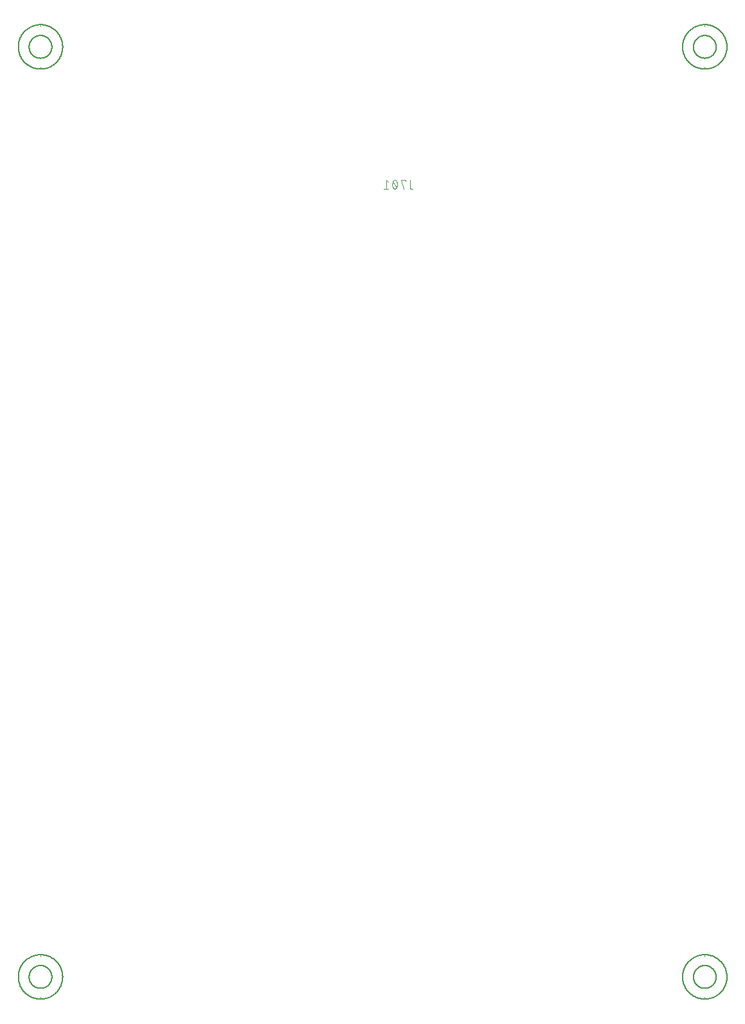
<source format=gbr>
G04 EAGLE Gerber RS-274X export*
G75*
%MOMM*%
%FSLAX34Y34*%
%LPD*%
%INSilkscreen Bottom*%
%IPPOS*%
%AMOC8*
5,1,8,0,0,1.08239X$1,22.5*%
G01*
%ADD10C,0.101600*%
%ADD11C,0.050800*%
%ADD12C,0.152400*%
%ADD13C,0.203200*%


D10*
X48992Y1087050D02*
X48992Y1077963D01*
X48993Y1077963D02*
X48995Y1077864D01*
X49001Y1077764D01*
X49010Y1077665D01*
X49023Y1077567D01*
X49040Y1077469D01*
X49061Y1077371D01*
X49086Y1077275D01*
X49114Y1077180D01*
X49146Y1077086D01*
X49181Y1076993D01*
X49220Y1076901D01*
X49263Y1076811D01*
X49308Y1076723D01*
X49358Y1076636D01*
X49410Y1076552D01*
X49466Y1076469D01*
X49524Y1076389D01*
X49586Y1076311D01*
X49651Y1076236D01*
X49719Y1076163D01*
X49789Y1076093D01*
X49862Y1076025D01*
X49937Y1075960D01*
X50015Y1075898D01*
X50095Y1075840D01*
X50178Y1075784D01*
X50262Y1075732D01*
X50349Y1075682D01*
X50437Y1075637D01*
X50527Y1075594D01*
X50619Y1075555D01*
X50712Y1075520D01*
X50806Y1075488D01*
X50901Y1075460D01*
X50997Y1075435D01*
X51095Y1075414D01*
X51193Y1075397D01*
X51291Y1075384D01*
X51390Y1075375D01*
X51490Y1075369D01*
X51589Y1075367D01*
X51589Y1075366D02*
X52887Y1075366D01*
X43719Y1085752D02*
X43719Y1087050D01*
X37228Y1087050D01*
X40473Y1075366D01*
X32290Y1081208D02*
X32287Y1081438D01*
X32279Y1081668D01*
X32265Y1081897D01*
X32246Y1082126D01*
X32221Y1082355D01*
X32191Y1082583D01*
X32156Y1082810D01*
X32115Y1083036D01*
X32069Y1083261D01*
X32017Y1083485D01*
X31960Y1083708D01*
X31898Y1083929D01*
X31830Y1084149D01*
X31757Y1084367D01*
X31679Y1084583D01*
X31596Y1084797D01*
X31508Y1085010D01*
X31415Y1085220D01*
X31316Y1085427D01*
X31315Y1085427D02*
X31282Y1085517D01*
X31246Y1085606D01*
X31206Y1085694D01*
X31162Y1085779D01*
X31115Y1085863D01*
X31065Y1085945D01*
X31011Y1086025D01*
X30955Y1086102D01*
X30895Y1086178D01*
X30832Y1086251D01*
X30767Y1086321D01*
X30698Y1086389D01*
X30627Y1086453D01*
X30554Y1086515D01*
X30478Y1086574D01*
X30400Y1086630D01*
X30319Y1086683D01*
X30237Y1086732D01*
X30153Y1086778D01*
X30066Y1086821D01*
X29979Y1086860D01*
X29889Y1086896D01*
X29799Y1086928D01*
X29707Y1086956D01*
X29614Y1086981D01*
X29520Y1087002D01*
X29426Y1087019D01*
X29331Y1087033D01*
X29235Y1087042D01*
X29139Y1087048D01*
X29043Y1087050D01*
X28947Y1087048D01*
X28851Y1087042D01*
X28755Y1087033D01*
X28660Y1087019D01*
X28566Y1087002D01*
X28472Y1086981D01*
X28379Y1086956D01*
X28287Y1086928D01*
X28197Y1086896D01*
X28107Y1086860D01*
X28020Y1086821D01*
X27933Y1086778D01*
X27849Y1086732D01*
X27767Y1086683D01*
X27686Y1086630D01*
X27608Y1086574D01*
X27532Y1086515D01*
X27459Y1086453D01*
X27388Y1086389D01*
X27319Y1086321D01*
X27254Y1086251D01*
X27191Y1086178D01*
X27131Y1086103D01*
X27075Y1086025D01*
X27021Y1085945D01*
X26971Y1085863D01*
X26924Y1085779D01*
X26881Y1085694D01*
X26840Y1085606D01*
X26804Y1085517D01*
X26771Y1085427D01*
X26772Y1085427D02*
X26673Y1085219D01*
X26580Y1085009D01*
X26492Y1084797D01*
X26409Y1084583D01*
X26331Y1084366D01*
X26258Y1084148D01*
X26190Y1083929D01*
X26128Y1083707D01*
X26071Y1083485D01*
X26019Y1083261D01*
X25973Y1083036D01*
X25932Y1082810D01*
X25897Y1082582D01*
X25867Y1082355D01*
X25842Y1082126D01*
X25823Y1081897D01*
X25809Y1081668D01*
X25801Y1081438D01*
X25798Y1081208D01*
X32289Y1081208D02*
X32286Y1080978D01*
X32278Y1080748D01*
X32264Y1080519D01*
X32245Y1080290D01*
X32220Y1080061D01*
X32190Y1079833D01*
X32155Y1079606D01*
X32114Y1079380D01*
X32068Y1079155D01*
X32016Y1078931D01*
X31959Y1078708D01*
X31897Y1078487D01*
X31829Y1078267D01*
X31756Y1078049D01*
X31678Y1077833D01*
X31595Y1077619D01*
X31507Y1077407D01*
X31414Y1077196D01*
X31315Y1076989D01*
X31282Y1076899D01*
X31246Y1076810D01*
X31205Y1076722D01*
X31162Y1076637D01*
X31115Y1076553D01*
X31065Y1076471D01*
X31011Y1076391D01*
X30955Y1076314D01*
X30895Y1076238D01*
X30832Y1076165D01*
X30767Y1076095D01*
X30698Y1076027D01*
X30627Y1075963D01*
X30554Y1075901D01*
X30478Y1075842D01*
X30400Y1075786D01*
X30319Y1075733D01*
X30237Y1075684D01*
X30153Y1075638D01*
X30066Y1075595D01*
X29979Y1075556D01*
X29889Y1075520D01*
X29799Y1075488D01*
X29707Y1075460D01*
X29614Y1075435D01*
X29520Y1075414D01*
X29426Y1075397D01*
X29331Y1075383D01*
X29235Y1075374D01*
X29139Y1075368D01*
X29043Y1075366D01*
X26772Y1076989D02*
X26673Y1077196D01*
X26580Y1077407D01*
X26492Y1077619D01*
X26409Y1077833D01*
X26331Y1078049D01*
X26258Y1078267D01*
X26190Y1078487D01*
X26128Y1078708D01*
X26071Y1078931D01*
X26019Y1079155D01*
X25973Y1079380D01*
X25932Y1079606D01*
X25897Y1079833D01*
X25867Y1080061D01*
X25842Y1080290D01*
X25823Y1080519D01*
X25809Y1080748D01*
X25801Y1080978D01*
X25798Y1081208D01*
X26771Y1076989D02*
X26804Y1076899D01*
X26840Y1076810D01*
X26881Y1076722D01*
X26924Y1076637D01*
X26971Y1076553D01*
X27021Y1076471D01*
X27075Y1076391D01*
X27131Y1076313D01*
X27191Y1076238D01*
X27254Y1076165D01*
X27319Y1076095D01*
X27388Y1076027D01*
X27459Y1075963D01*
X27532Y1075901D01*
X27608Y1075842D01*
X27686Y1075786D01*
X27767Y1075733D01*
X27849Y1075684D01*
X27933Y1075638D01*
X28020Y1075595D01*
X28107Y1075556D01*
X28197Y1075520D01*
X28287Y1075488D01*
X28379Y1075460D01*
X28472Y1075435D01*
X28566Y1075414D01*
X28660Y1075397D01*
X28755Y1075383D01*
X28851Y1075374D01*
X28947Y1075368D01*
X29043Y1075366D01*
X31640Y1077963D02*
X26447Y1084454D01*
X20859Y1084454D02*
X17614Y1087050D01*
X17614Y1075366D01*
X20859Y1075366D02*
X14368Y1075366D01*
D11*
X-437500Y66710D02*
X-437500Y64170D01*
X-437500Y10830D02*
X-437500Y8290D01*
D12*
X-466710Y37500D02*
X-466701Y38217D01*
X-466675Y38933D01*
X-466631Y39649D01*
X-466569Y40363D01*
X-466490Y41076D01*
X-466394Y41786D01*
X-466280Y42494D01*
X-466149Y43199D01*
X-466000Y43900D01*
X-465835Y44597D01*
X-465652Y45291D01*
X-465452Y45979D01*
X-465236Y46663D01*
X-465003Y47341D01*
X-464753Y48013D01*
X-464487Y48678D01*
X-464204Y49337D01*
X-463906Y49989D01*
X-463591Y50633D01*
X-463261Y51269D01*
X-462915Y51898D01*
X-462554Y52517D01*
X-462178Y53127D01*
X-461787Y53728D01*
X-461382Y54319D01*
X-460962Y54900D01*
X-460528Y55471D01*
X-460080Y56031D01*
X-459618Y56579D01*
X-459143Y57116D01*
X-458655Y57641D01*
X-458155Y58155D01*
X-457641Y58655D01*
X-457116Y59143D01*
X-456579Y59618D01*
X-456031Y60080D01*
X-455471Y60528D01*
X-454900Y60962D01*
X-454319Y61382D01*
X-453728Y61787D01*
X-453127Y62178D01*
X-452517Y62554D01*
X-451898Y62915D01*
X-451269Y63261D01*
X-450633Y63591D01*
X-449989Y63906D01*
X-449337Y64204D01*
X-448678Y64487D01*
X-448013Y64753D01*
X-447341Y65003D01*
X-446663Y65236D01*
X-445979Y65452D01*
X-445291Y65652D01*
X-444597Y65835D01*
X-443900Y66000D01*
X-443199Y66149D01*
X-442494Y66280D01*
X-441786Y66394D01*
X-441076Y66490D01*
X-440363Y66569D01*
X-439649Y66631D01*
X-438933Y66675D01*
X-438217Y66701D01*
X-437500Y66710D01*
X-436783Y66701D01*
X-436067Y66675D01*
X-435351Y66631D01*
X-434637Y66569D01*
X-433924Y66490D01*
X-433214Y66394D01*
X-432506Y66280D01*
X-431801Y66149D01*
X-431100Y66000D01*
X-430403Y65835D01*
X-429709Y65652D01*
X-429021Y65452D01*
X-428337Y65236D01*
X-427659Y65003D01*
X-426987Y64753D01*
X-426322Y64487D01*
X-425663Y64204D01*
X-425011Y63906D01*
X-424367Y63591D01*
X-423731Y63261D01*
X-423102Y62915D01*
X-422483Y62554D01*
X-421873Y62178D01*
X-421272Y61787D01*
X-420681Y61382D01*
X-420100Y60962D01*
X-419529Y60528D01*
X-418969Y60080D01*
X-418421Y59618D01*
X-417884Y59143D01*
X-417359Y58655D01*
X-416845Y58155D01*
X-416345Y57641D01*
X-415857Y57116D01*
X-415382Y56579D01*
X-414920Y56031D01*
X-414472Y55471D01*
X-414038Y54900D01*
X-413618Y54319D01*
X-413213Y53728D01*
X-412822Y53127D01*
X-412446Y52517D01*
X-412085Y51898D01*
X-411739Y51269D01*
X-411409Y50633D01*
X-411094Y49989D01*
X-410796Y49337D01*
X-410513Y48678D01*
X-410247Y48013D01*
X-409997Y47341D01*
X-409764Y46663D01*
X-409548Y45979D01*
X-409348Y45291D01*
X-409165Y44597D01*
X-409000Y43900D01*
X-408851Y43199D01*
X-408720Y42494D01*
X-408606Y41786D01*
X-408510Y41076D01*
X-408431Y40363D01*
X-408369Y39649D01*
X-408325Y38933D01*
X-408299Y38217D01*
X-408290Y37500D01*
X-408299Y36783D01*
X-408325Y36067D01*
X-408369Y35351D01*
X-408431Y34637D01*
X-408510Y33924D01*
X-408606Y33214D01*
X-408720Y32506D01*
X-408851Y31801D01*
X-409000Y31100D01*
X-409165Y30403D01*
X-409348Y29709D01*
X-409548Y29021D01*
X-409764Y28337D01*
X-409997Y27659D01*
X-410247Y26987D01*
X-410513Y26322D01*
X-410796Y25663D01*
X-411094Y25011D01*
X-411409Y24367D01*
X-411739Y23731D01*
X-412085Y23102D01*
X-412446Y22483D01*
X-412822Y21873D01*
X-413213Y21272D01*
X-413618Y20681D01*
X-414038Y20100D01*
X-414472Y19529D01*
X-414920Y18969D01*
X-415382Y18421D01*
X-415857Y17884D01*
X-416345Y17359D01*
X-416845Y16845D01*
X-417359Y16345D01*
X-417884Y15857D01*
X-418421Y15382D01*
X-418969Y14920D01*
X-419529Y14472D01*
X-420100Y14038D01*
X-420681Y13618D01*
X-421272Y13213D01*
X-421873Y12822D01*
X-422483Y12446D01*
X-423102Y12085D01*
X-423731Y11739D01*
X-424367Y11409D01*
X-425011Y11094D01*
X-425663Y10796D01*
X-426322Y10513D01*
X-426987Y10247D01*
X-427659Y9997D01*
X-428337Y9764D01*
X-429021Y9548D01*
X-429709Y9348D01*
X-430403Y9165D01*
X-431100Y9000D01*
X-431801Y8851D01*
X-432506Y8720D01*
X-433214Y8606D01*
X-433924Y8510D01*
X-434637Y8431D01*
X-435351Y8369D01*
X-436067Y8325D01*
X-436783Y8299D01*
X-437500Y8290D01*
X-438217Y8299D01*
X-438933Y8325D01*
X-439649Y8369D01*
X-440363Y8431D01*
X-441076Y8510D01*
X-441786Y8606D01*
X-442494Y8720D01*
X-443199Y8851D01*
X-443900Y9000D01*
X-444597Y9165D01*
X-445291Y9348D01*
X-445979Y9548D01*
X-446663Y9764D01*
X-447341Y9997D01*
X-448013Y10247D01*
X-448678Y10513D01*
X-449337Y10796D01*
X-449989Y11094D01*
X-450633Y11409D01*
X-451269Y11739D01*
X-451898Y12085D01*
X-452517Y12446D01*
X-453127Y12822D01*
X-453728Y13213D01*
X-454319Y13618D01*
X-454900Y14038D01*
X-455471Y14472D01*
X-456031Y14920D01*
X-456579Y15382D01*
X-457116Y15857D01*
X-457641Y16345D01*
X-458155Y16845D01*
X-458655Y17359D01*
X-459143Y17884D01*
X-459618Y18421D01*
X-460080Y18969D01*
X-460528Y19529D01*
X-460962Y20100D01*
X-461382Y20681D01*
X-461787Y21272D01*
X-462178Y21873D01*
X-462554Y22483D01*
X-462915Y23102D01*
X-463261Y23731D01*
X-463591Y24367D01*
X-463906Y25011D01*
X-464204Y25663D01*
X-464487Y26322D01*
X-464753Y26987D01*
X-465003Y27659D01*
X-465236Y28337D01*
X-465452Y29021D01*
X-465652Y29709D01*
X-465835Y30403D01*
X-466000Y31100D01*
X-466149Y31801D01*
X-466280Y32506D01*
X-466394Y33214D01*
X-466490Y33924D01*
X-466569Y34637D01*
X-466631Y35351D01*
X-466675Y36067D01*
X-466701Y36783D01*
X-466710Y37500D01*
D13*
X-452500Y37500D02*
X-452495Y37868D01*
X-452482Y38236D01*
X-452459Y38603D01*
X-452428Y38970D01*
X-452387Y39336D01*
X-452338Y39701D01*
X-452279Y40064D01*
X-452212Y40426D01*
X-452136Y40787D01*
X-452050Y41145D01*
X-451957Y41501D01*
X-451854Y41854D01*
X-451743Y42205D01*
X-451623Y42553D01*
X-451495Y42898D01*
X-451358Y43240D01*
X-451213Y43579D01*
X-451060Y43913D01*
X-450898Y44244D01*
X-450729Y44571D01*
X-450551Y44893D01*
X-450366Y45212D01*
X-450173Y45525D01*
X-449972Y45834D01*
X-449764Y46137D01*
X-449548Y46435D01*
X-449325Y46728D01*
X-449095Y47016D01*
X-448858Y47298D01*
X-448614Y47573D01*
X-448364Y47843D01*
X-448107Y48107D01*
X-447843Y48364D01*
X-447573Y48614D01*
X-447298Y48858D01*
X-447016Y49095D01*
X-446728Y49325D01*
X-446435Y49548D01*
X-446137Y49764D01*
X-445834Y49972D01*
X-445525Y50173D01*
X-445212Y50366D01*
X-444893Y50551D01*
X-444571Y50729D01*
X-444244Y50898D01*
X-443913Y51060D01*
X-443579Y51213D01*
X-443240Y51358D01*
X-442898Y51495D01*
X-442553Y51623D01*
X-442205Y51743D01*
X-441854Y51854D01*
X-441501Y51957D01*
X-441145Y52050D01*
X-440787Y52136D01*
X-440426Y52212D01*
X-440064Y52279D01*
X-439701Y52338D01*
X-439336Y52387D01*
X-438970Y52428D01*
X-438603Y52459D01*
X-438236Y52482D01*
X-437868Y52495D01*
X-437500Y52500D01*
X-437132Y52495D01*
X-436764Y52482D01*
X-436397Y52459D01*
X-436030Y52428D01*
X-435664Y52387D01*
X-435299Y52338D01*
X-434936Y52279D01*
X-434574Y52212D01*
X-434213Y52136D01*
X-433855Y52050D01*
X-433499Y51957D01*
X-433146Y51854D01*
X-432795Y51743D01*
X-432447Y51623D01*
X-432102Y51495D01*
X-431760Y51358D01*
X-431421Y51213D01*
X-431087Y51060D01*
X-430756Y50898D01*
X-430429Y50729D01*
X-430107Y50551D01*
X-429788Y50366D01*
X-429475Y50173D01*
X-429166Y49972D01*
X-428863Y49764D01*
X-428565Y49548D01*
X-428272Y49325D01*
X-427984Y49095D01*
X-427702Y48858D01*
X-427427Y48614D01*
X-427157Y48364D01*
X-426893Y48107D01*
X-426636Y47843D01*
X-426386Y47573D01*
X-426142Y47298D01*
X-425905Y47016D01*
X-425675Y46728D01*
X-425452Y46435D01*
X-425236Y46137D01*
X-425028Y45834D01*
X-424827Y45525D01*
X-424634Y45212D01*
X-424449Y44893D01*
X-424271Y44571D01*
X-424102Y44244D01*
X-423940Y43913D01*
X-423787Y43579D01*
X-423642Y43240D01*
X-423505Y42898D01*
X-423377Y42553D01*
X-423257Y42205D01*
X-423146Y41854D01*
X-423043Y41501D01*
X-422950Y41145D01*
X-422864Y40787D01*
X-422788Y40426D01*
X-422721Y40064D01*
X-422662Y39701D01*
X-422613Y39336D01*
X-422572Y38970D01*
X-422541Y38603D01*
X-422518Y38236D01*
X-422505Y37868D01*
X-422500Y37500D01*
X-422505Y37132D01*
X-422518Y36764D01*
X-422541Y36397D01*
X-422572Y36030D01*
X-422613Y35664D01*
X-422662Y35299D01*
X-422721Y34936D01*
X-422788Y34574D01*
X-422864Y34213D01*
X-422950Y33855D01*
X-423043Y33499D01*
X-423146Y33146D01*
X-423257Y32795D01*
X-423377Y32447D01*
X-423505Y32102D01*
X-423642Y31760D01*
X-423787Y31421D01*
X-423940Y31087D01*
X-424102Y30756D01*
X-424271Y30429D01*
X-424449Y30107D01*
X-424634Y29788D01*
X-424827Y29475D01*
X-425028Y29166D01*
X-425236Y28863D01*
X-425452Y28565D01*
X-425675Y28272D01*
X-425905Y27984D01*
X-426142Y27702D01*
X-426386Y27427D01*
X-426636Y27157D01*
X-426893Y26893D01*
X-427157Y26636D01*
X-427427Y26386D01*
X-427702Y26142D01*
X-427984Y25905D01*
X-428272Y25675D01*
X-428565Y25452D01*
X-428863Y25236D01*
X-429166Y25028D01*
X-429475Y24827D01*
X-429788Y24634D01*
X-430107Y24449D01*
X-430429Y24271D01*
X-430756Y24102D01*
X-431087Y23940D01*
X-431421Y23787D01*
X-431760Y23642D01*
X-432102Y23505D01*
X-432447Y23377D01*
X-432795Y23257D01*
X-433146Y23146D01*
X-433499Y23043D01*
X-433855Y22950D01*
X-434213Y22864D01*
X-434574Y22788D01*
X-434936Y22721D01*
X-435299Y22662D01*
X-435664Y22613D01*
X-436030Y22572D01*
X-436397Y22541D01*
X-436764Y22518D01*
X-437132Y22505D01*
X-437500Y22500D01*
X-437868Y22505D01*
X-438236Y22518D01*
X-438603Y22541D01*
X-438970Y22572D01*
X-439336Y22613D01*
X-439701Y22662D01*
X-440064Y22721D01*
X-440426Y22788D01*
X-440787Y22864D01*
X-441145Y22950D01*
X-441501Y23043D01*
X-441854Y23146D01*
X-442205Y23257D01*
X-442553Y23377D01*
X-442898Y23505D01*
X-443240Y23642D01*
X-443579Y23787D01*
X-443913Y23940D01*
X-444244Y24102D01*
X-444571Y24271D01*
X-444893Y24449D01*
X-445212Y24634D01*
X-445525Y24827D01*
X-445834Y25028D01*
X-446137Y25236D01*
X-446435Y25452D01*
X-446728Y25675D01*
X-447016Y25905D01*
X-447298Y26142D01*
X-447573Y26386D01*
X-447843Y26636D01*
X-448107Y26893D01*
X-448364Y27157D01*
X-448614Y27427D01*
X-448858Y27702D01*
X-449095Y27984D01*
X-449325Y28272D01*
X-449548Y28565D01*
X-449764Y28863D01*
X-449972Y29166D01*
X-450173Y29475D01*
X-450366Y29788D01*
X-450551Y30107D01*
X-450729Y30429D01*
X-450898Y30756D01*
X-451060Y31087D01*
X-451213Y31421D01*
X-451358Y31760D01*
X-451495Y32102D01*
X-451623Y32447D01*
X-451743Y32795D01*
X-451854Y33146D01*
X-451957Y33499D01*
X-452050Y33855D01*
X-452136Y34213D01*
X-452212Y34574D01*
X-452279Y34936D01*
X-452338Y35299D01*
X-452387Y35664D01*
X-452428Y36030D01*
X-452459Y36397D01*
X-452482Y36764D01*
X-452495Y37132D01*
X-452500Y37500D01*
D11*
X437500Y64170D02*
X437500Y66710D01*
X437500Y10830D02*
X437500Y8290D01*
D12*
X408290Y37500D02*
X408299Y38217D01*
X408325Y38933D01*
X408369Y39649D01*
X408431Y40363D01*
X408510Y41076D01*
X408606Y41786D01*
X408720Y42494D01*
X408851Y43199D01*
X409000Y43900D01*
X409165Y44597D01*
X409348Y45291D01*
X409548Y45979D01*
X409764Y46663D01*
X409997Y47341D01*
X410247Y48013D01*
X410513Y48678D01*
X410796Y49337D01*
X411094Y49989D01*
X411409Y50633D01*
X411739Y51269D01*
X412085Y51898D01*
X412446Y52517D01*
X412822Y53127D01*
X413213Y53728D01*
X413618Y54319D01*
X414038Y54900D01*
X414472Y55471D01*
X414920Y56031D01*
X415382Y56579D01*
X415857Y57116D01*
X416345Y57641D01*
X416845Y58155D01*
X417359Y58655D01*
X417884Y59143D01*
X418421Y59618D01*
X418969Y60080D01*
X419529Y60528D01*
X420100Y60962D01*
X420681Y61382D01*
X421272Y61787D01*
X421873Y62178D01*
X422483Y62554D01*
X423102Y62915D01*
X423731Y63261D01*
X424367Y63591D01*
X425011Y63906D01*
X425663Y64204D01*
X426322Y64487D01*
X426987Y64753D01*
X427659Y65003D01*
X428337Y65236D01*
X429021Y65452D01*
X429709Y65652D01*
X430403Y65835D01*
X431100Y66000D01*
X431801Y66149D01*
X432506Y66280D01*
X433214Y66394D01*
X433924Y66490D01*
X434637Y66569D01*
X435351Y66631D01*
X436067Y66675D01*
X436783Y66701D01*
X437500Y66710D01*
X438217Y66701D01*
X438933Y66675D01*
X439649Y66631D01*
X440363Y66569D01*
X441076Y66490D01*
X441786Y66394D01*
X442494Y66280D01*
X443199Y66149D01*
X443900Y66000D01*
X444597Y65835D01*
X445291Y65652D01*
X445979Y65452D01*
X446663Y65236D01*
X447341Y65003D01*
X448013Y64753D01*
X448678Y64487D01*
X449337Y64204D01*
X449989Y63906D01*
X450633Y63591D01*
X451269Y63261D01*
X451898Y62915D01*
X452517Y62554D01*
X453127Y62178D01*
X453728Y61787D01*
X454319Y61382D01*
X454900Y60962D01*
X455471Y60528D01*
X456031Y60080D01*
X456579Y59618D01*
X457116Y59143D01*
X457641Y58655D01*
X458155Y58155D01*
X458655Y57641D01*
X459143Y57116D01*
X459618Y56579D01*
X460080Y56031D01*
X460528Y55471D01*
X460962Y54900D01*
X461382Y54319D01*
X461787Y53728D01*
X462178Y53127D01*
X462554Y52517D01*
X462915Y51898D01*
X463261Y51269D01*
X463591Y50633D01*
X463906Y49989D01*
X464204Y49337D01*
X464487Y48678D01*
X464753Y48013D01*
X465003Y47341D01*
X465236Y46663D01*
X465452Y45979D01*
X465652Y45291D01*
X465835Y44597D01*
X466000Y43900D01*
X466149Y43199D01*
X466280Y42494D01*
X466394Y41786D01*
X466490Y41076D01*
X466569Y40363D01*
X466631Y39649D01*
X466675Y38933D01*
X466701Y38217D01*
X466710Y37500D01*
X466701Y36783D01*
X466675Y36067D01*
X466631Y35351D01*
X466569Y34637D01*
X466490Y33924D01*
X466394Y33214D01*
X466280Y32506D01*
X466149Y31801D01*
X466000Y31100D01*
X465835Y30403D01*
X465652Y29709D01*
X465452Y29021D01*
X465236Y28337D01*
X465003Y27659D01*
X464753Y26987D01*
X464487Y26322D01*
X464204Y25663D01*
X463906Y25011D01*
X463591Y24367D01*
X463261Y23731D01*
X462915Y23102D01*
X462554Y22483D01*
X462178Y21873D01*
X461787Y21272D01*
X461382Y20681D01*
X460962Y20100D01*
X460528Y19529D01*
X460080Y18969D01*
X459618Y18421D01*
X459143Y17884D01*
X458655Y17359D01*
X458155Y16845D01*
X457641Y16345D01*
X457116Y15857D01*
X456579Y15382D01*
X456031Y14920D01*
X455471Y14472D01*
X454900Y14038D01*
X454319Y13618D01*
X453728Y13213D01*
X453127Y12822D01*
X452517Y12446D01*
X451898Y12085D01*
X451269Y11739D01*
X450633Y11409D01*
X449989Y11094D01*
X449337Y10796D01*
X448678Y10513D01*
X448013Y10247D01*
X447341Y9997D01*
X446663Y9764D01*
X445979Y9548D01*
X445291Y9348D01*
X444597Y9165D01*
X443900Y9000D01*
X443199Y8851D01*
X442494Y8720D01*
X441786Y8606D01*
X441076Y8510D01*
X440363Y8431D01*
X439649Y8369D01*
X438933Y8325D01*
X438217Y8299D01*
X437500Y8290D01*
X436783Y8299D01*
X436067Y8325D01*
X435351Y8369D01*
X434637Y8431D01*
X433924Y8510D01*
X433214Y8606D01*
X432506Y8720D01*
X431801Y8851D01*
X431100Y9000D01*
X430403Y9165D01*
X429709Y9348D01*
X429021Y9548D01*
X428337Y9764D01*
X427659Y9997D01*
X426987Y10247D01*
X426322Y10513D01*
X425663Y10796D01*
X425011Y11094D01*
X424367Y11409D01*
X423731Y11739D01*
X423102Y12085D01*
X422483Y12446D01*
X421873Y12822D01*
X421272Y13213D01*
X420681Y13618D01*
X420100Y14038D01*
X419529Y14472D01*
X418969Y14920D01*
X418421Y15382D01*
X417884Y15857D01*
X417359Y16345D01*
X416845Y16845D01*
X416345Y17359D01*
X415857Y17884D01*
X415382Y18421D01*
X414920Y18969D01*
X414472Y19529D01*
X414038Y20100D01*
X413618Y20681D01*
X413213Y21272D01*
X412822Y21873D01*
X412446Y22483D01*
X412085Y23102D01*
X411739Y23731D01*
X411409Y24367D01*
X411094Y25011D01*
X410796Y25663D01*
X410513Y26322D01*
X410247Y26987D01*
X409997Y27659D01*
X409764Y28337D01*
X409548Y29021D01*
X409348Y29709D01*
X409165Y30403D01*
X409000Y31100D01*
X408851Y31801D01*
X408720Y32506D01*
X408606Y33214D01*
X408510Y33924D01*
X408431Y34637D01*
X408369Y35351D01*
X408325Y36067D01*
X408299Y36783D01*
X408290Y37500D01*
D13*
X422500Y37500D02*
X422505Y37868D01*
X422518Y38236D01*
X422541Y38603D01*
X422572Y38970D01*
X422613Y39336D01*
X422662Y39701D01*
X422721Y40064D01*
X422788Y40426D01*
X422864Y40787D01*
X422950Y41145D01*
X423043Y41501D01*
X423146Y41854D01*
X423257Y42205D01*
X423377Y42553D01*
X423505Y42898D01*
X423642Y43240D01*
X423787Y43579D01*
X423940Y43913D01*
X424102Y44244D01*
X424271Y44571D01*
X424449Y44893D01*
X424634Y45212D01*
X424827Y45525D01*
X425028Y45834D01*
X425236Y46137D01*
X425452Y46435D01*
X425675Y46728D01*
X425905Y47016D01*
X426142Y47298D01*
X426386Y47573D01*
X426636Y47843D01*
X426893Y48107D01*
X427157Y48364D01*
X427427Y48614D01*
X427702Y48858D01*
X427984Y49095D01*
X428272Y49325D01*
X428565Y49548D01*
X428863Y49764D01*
X429166Y49972D01*
X429475Y50173D01*
X429788Y50366D01*
X430107Y50551D01*
X430429Y50729D01*
X430756Y50898D01*
X431087Y51060D01*
X431421Y51213D01*
X431760Y51358D01*
X432102Y51495D01*
X432447Y51623D01*
X432795Y51743D01*
X433146Y51854D01*
X433499Y51957D01*
X433855Y52050D01*
X434213Y52136D01*
X434574Y52212D01*
X434936Y52279D01*
X435299Y52338D01*
X435664Y52387D01*
X436030Y52428D01*
X436397Y52459D01*
X436764Y52482D01*
X437132Y52495D01*
X437500Y52500D01*
X437868Y52495D01*
X438236Y52482D01*
X438603Y52459D01*
X438970Y52428D01*
X439336Y52387D01*
X439701Y52338D01*
X440064Y52279D01*
X440426Y52212D01*
X440787Y52136D01*
X441145Y52050D01*
X441501Y51957D01*
X441854Y51854D01*
X442205Y51743D01*
X442553Y51623D01*
X442898Y51495D01*
X443240Y51358D01*
X443579Y51213D01*
X443913Y51060D01*
X444244Y50898D01*
X444571Y50729D01*
X444893Y50551D01*
X445212Y50366D01*
X445525Y50173D01*
X445834Y49972D01*
X446137Y49764D01*
X446435Y49548D01*
X446728Y49325D01*
X447016Y49095D01*
X447298Y48858D01*
X447573Y48614D01*
X447843Y48364D01*
X448107Y48107D01*
X448364Y47843D01*
X448614Y47573D01*
X448858Y47298D01*
X449095Y47016D01*
X449325Y46728D01*
X449548Y46435D01*
X449764Y46137D01*
X449972Y45834D01*
X450173Y45525D01*
X450366Y45212D01*
X450551Y44893D01*
X450729Y44571D01*
X450898Y44244D01*
X451060Y43913D01*
X451213Y43579D01*
X451358Y43240D01*
X451495Y42898D01*
X451623Y42553D01*
X451743Y42205D01*
X451854Y41854D01*
X451957Y41501D01*
X452050Y41145D01*
X452136Y40787D01*
X452212Y40426D01*
X452279Y40064D01*
X452338Y39701D01*
X452387Y39336D01*
X452428Y38970D01*
X452459Y38603D01*
X452482Y38236D01*
X452495Y37868D01*
X452500Y37500D01*
X452495Y37132D01*
X452482Y36764D01*
X452459Y36397D01*
X452428Y36030D01*
X452387Y35664D01*
X452338Y35299D01*
X452279Y34936D01*
X452212Y34574D01*
X452136Y34213D01*
X452050Y33855D01*
X451957Y33499D01*
X451854Y33146D01*
X451743Y32795D01*
X451623Y32447D01*
X451495Y32102D01*
X451358Y31760D01*
X451213Y31421D01*
X451060Y31087D01*
X450898Y30756D01*
X450729Y30429D01*
X450551Y30107D01*
X450366Y29788D01*
X450173Y29475D01*
X449972Y29166D01*
X449764Y28863D01*
X449548Y28565D01*
X449325Y28272D01*
X449095Y27984D01*
X448858Y27702D01*
X448614Y27427D01*
X448364Y27157D01*
X448107Y26893D01*
X447843Y26636D01*
X447573Y26386D01*
X447298Y26142D01*
X447016Y25905D01*
X446728Y25675D01*
X446435Y25452D01*
X446137Y25236D01*
X445834Y25028D01*
X445525Y24827D01*
X445212Y24634D01*
X444893Y24449D01*
X444571Y24271D01*
X444244Y24102D01*
X443913Y23940D01*
X443579Y23787D01*
X443240Y23642D01*
X442898Y23505D01*
X442553Y23377D01*
X442205Y23257D01*
X441854Y23146D01*
X441501Y23043D01*
X441145Y22950D01*
X440787Y22864D01*
X440426Y22788D01*
X440064Y22721D01*
X439701Y22662D01*
X439336Y22613D01*
X438970Y22572D01*
X438603Y22541D01*
X438236Y22518D01*
X437868Y22505D01*
X437500Y22500D01*
X437132Y22505D01*
X436764Y22518D01*
X436397Y22541D01*
X436030Y22572D01*
X435664Y22613D01*
X435299Y22662D01*
X434936Y22721D01*
X434574Y22788D01*
X434213Y22864D01*
X433855Y22950D01*
X433499Y23043D01*
X433146Y23146D01*
X432795Y23257D01*
X432447Y23377D01*
X432102Y23505D01*
X431760Y23642D01*
X431421Y23787D01*
X431087Y23940D01*
X430756Y24102D01*
X430429Y24271D01*
X430107Y24449D01*
X429788Y24634D01*
X429475Y24827D01*
X429166Y25028D01*
X428863Y25236D01*
X428565Y25452D01*
X428272Y25675D01*
X427984Y25905D01*
X427702Y26142D01*
X427427Y26386D01*
X427157Y26636D01*
X426893Y26893D01*
X426636Y27157D01*
X426386Y27427D01*
X426142Y27702D01*
X425905Y27984D01*
X425675Y28272D01*
X425452Y28565D01*
X425236Y28863D01*
X425028Y29166D01*
X424827Y29475D01*
X424634Y29788D01*
X424449Y30107D01*
X424271Y30429D01*
X424102Y30756D01*
X423940Y31087D01*
X423787Y31421D01*
X423642Y31760D01*
X423505Y32102D01*
X423377Y32447D01*
X423257Y32795D01*
X423146Y33146D01*
X423043Y33499D01*
X422950Y33855D01*
X422864Y34213D01*
X422788Y34574D01*
X422721Y34936D01*
X422662Y35299D01*
X422613Y35664D01*
X422572Y36030D01*
X422541Y36397D01*
X422518Y36764D01*
X422505Y37132D01*
X422500Y37500D01*
D11*
X-437500Y1289170D02*
X-437500Y1291710D01*
X-437500Y1235830D02*
X-437500Y1233290D01*
D12*
X-466710Y1262500D02*
X-466701Y1263217D01*
X-466675Y1263933D01*
X-466631Y1264649D01*
X-466569Y1265363D01*
X-466490Y1266076D01*
X-466394Y1266786D01*
X-466280Y1267494D01*
X-466149Y1268199D01*
X-466000Y1268900D01*
X-465835Y1269597D01*
X-465652Y1270291D01*
X-465452Y1270979D01*
X-465236Y1271663D01*
X-465003Y1272341D01*
X-464753Y1273013D01*
X-464487Y1273678D01*
X-464204Y1274337D01*
X-463906Y1274989D01*
X-463591Y1275633D01*
X-463261Y1276269D01*
X-462915Y1276898D01*
X-462554Y1277517D01*
X-462178Y1278127D01*
X-461787Y1278728D01*
X-461382Y1279319D01*
X-460962Y1279900D01*
X-460528Y1280471D01*
X-460080Y1281031D01*
X-459618Y1281579D01*
X-459143Y1282116D01*
X-458655Y1282641D01*
X-458155Y1283155D01*
X-457641Y1283655D01*
X-457116Y1284143D01*
X-456579Y1284618D01*
X-456031Y1285080D01*
X-455471Y1285528D01*
X-454900Y1285962D01*
X-454319Y1286382D01*
X-453728Y1286787D01*
X-453127Y1287178D01*
X-452517Y1287554D01*
X-451898Y1287915D01*
X-451269Y1288261D01*
X-450633Y1288591D01*
X-449989Y1288906D01*
X-449337Y1289204D01*
X-448678Y1289487D01*
X-448013Y1289753D01*
X-447341Y1290003D01*
X-446663Y1290236D01*
X-445979Y1290452D01*
X-445291Y1290652D01*
X-444597Y1290835D01*
X-443900Y1291000D01*
X-443199Y1291149D01*
X-442494Y1291280D01*
X-441786Y1291394D01*
X-441076Y1291490D01*
X-440363Y1291569D01*
X-439649Y1291631D01*
X-438933Y1291675D01*
X-438217Y1291701D01*
X-437500Y1291710D01*
X-436783Y1291701D01*
X-436067Y1291675D01*
X-435351Y1291631D01*
X-434637Y1291569D01*
X-433924Y1291490D01*
X-433214Y1291394D01*
X-432506Y1291280D01*
X-431801Y1291149D01*
X-431100Y1291000D01*
X-430403Y1290835D01*
X-429709Y1290652D01*
X-429021Y1290452D01*
X-428337Y1290236D01*
X-427659Y1290003D01*
X-426987Y1289753D01*
X-426322Y1289487D01*
X-425663Y1289204D01*
X-425011Y1288906D01*
X-424367Y1288591D01*
X-423731Y1288261D01*
X-423102Y1287915D01*
X-422483Y1287554D01*
X-421873Y1287178D01*
X-421272Y1286787D01*
X-420681Y1286382D01*
X-420100Y1285962D01*
X-419529Y1285528D01*
X-418969Y1285080D01*
X-418421Y1284618D01*
X-417884Y1284143D01*
X-417359Y1283655D01*
X-416845Y1283155D01*
X-416345Y1282641D01*
X-415857Y1282116D01*
X-415382Y1281579D01*
X-414920Y1281031D01*
X-414472Y1280471D01*
X-414038Y1279900D01*
X-413618Y1279319D01*
X-413213Y1278728D01*
X-412822Y1278127D01*
X-412446Y1277517D01*
X-412085Y1276898D01*
X-411739Y1276269D01*
X-411409Y1275633D01*
X-411094Y1274989D01*
X-410796Y1274337D01*
X-410513Y1273678D01*
X-410247Y1273013D01*
X-409997Y1272341D01*
X-409764Y1271663D01*
X-409548Y1270979D01*
X-409348Y1270291D01*
X-409165Y1269597D01*
X-409000Y1268900D01*
X-408851Y1268199D01*
X-408720Y1267494D01*
X-408606Y1266786D01*
X-408510Y1266076D01*
X-408431Y1265363D01*
X-408369Y1264649D01*
X-408325Y1263933D01*
X-408299Y1263217D01*
X-408290Y1262500D01*
X-408299Y1261783D01*
X-408325Y1261067D01*
X-408369Y1260351D01*
X-408431Y1259637D01*
X-408510Y1258924D01*
X-408606Y1258214D01*
X-408720Y1257506D01*
X-408851Y1256801D01*
X-409000Y1256100D01*
X-409165Y1255403D01*
X-409348Y1254709D01*
X-409548Y1254021D01*
X-409764Y1253337D01*
X-409997Y1252659D01*
X-410247Y1251987D01*
X-410513Y1251322D01*
X-410796Y1250663D01*
X-411094Y1250011D01*
X-411409Y1249367D01*
X-411739Y1248731D01*
X-412085Y1248102D01*
X-412446Y1247483D01*
X-412822Y1246873D01*
X-413213Y1246272D01*
X-413618Y1245681D01*
X-414038Y1245100D01*
X-414472Y1244529D01*
X-414920Y1243969D01*
X-415382Y1243421D01*
X-415857Y1242884D01*
X-416345Y1242359D01*
X-416845Y1241845D01*
X-417359Y1241345D01*
X-417884Y1240857D01*
X-418421Y1240382D01*
X-418969Y1239920D01*
X-419529Y1239472D01*
X-420100Y1239038D01*
X-420681Y1238618D01*
X-421272Y1238213D01*
X-421873Y1237822D01*
X-422483Y1237446D01*
X-423102Y1237085D01*
X-423731Y1236739D01*
X-424367Y1236409D01*
X-425011Y1236094D01*
X-425663Y1235796D01*
X-426322Y1235513D01*
X-426987Y1235247D01*
X-427659Y1234997D01*
X-428337Y1234764D01*
X-429021Y1234548D01*
X-429709Y1234348D01*
X-430403Y1234165D01*
X-431100Y1234000D01*
X-431801Y1233851D01*
X-432506Y1233720D01*
X-433214Y1233606D01*
X-433924Y1233510D01*
X-434637Y1233431D01*
X-435351Y1233369D01*
X-436067Y1233325D01*
X-436783Y1233299D01*
X-437500Y1233290D01*
X-438217Y1233299D01*
X-438933Y1233325D01*
X-439649Y1233369D01*
X-440363Y1233431D01*
X-441076Y1233510D01*
X-441786Y1233606D01*
X-442494Y1233720D01*
X-443199Y1233851D01*
X-443900Y1234000D01*
X-444597Y1234165D01*
X-445291Y1234348D01*
X-445979Y1234548D01*
X-446663Y1234764D01*
X-447341Y1234997D01*
X-448013Y1235247D01*
X-448678Y1235513D01*
X-449337Y1235796D01*
X-449989Y1236094D01*
X-450633Y1236409D01*
X-451269Y1236739D01*
X-451898Y1237085D01*
X-452517Y1237446D01*
X-453127Y1237822D01*
X-453728Y1238213D01*
X-454319Y1238618D01*
X-454900Y1239038D01*
X-455471Y1239472D01*
X-456031Y1239920D01*
X-456579Y1240382D01*
X-457116Y1240857D01*
X-457641Y1241345D01*
X-458155Y1241845D01*
X-458655Y1242359D01*
X-459143Y1242884D01*
X-459618Y1243421D01*
X-460080Y1243969D01*
X-460528Y1244529D01*
X-460962Y1245100D01*
X-461382Y1245681D01*
X-461787Y1246272D01*
X-462178Y1246873D01*
X-462554Y1247483D01*
X-462915Y1248102D01*
X-463261Y1248731D01*
X-463591Y1249367D01*
X-463906Y1250011D01*
X-464204Y1250663D01*
X-464487Y1251322D01*
X-464753Y1251987D01*
X-465003Y1252659D01*
X-465236Y1253337D01*
X-465452Y1254021D01*
X-465652Y1254709D01*
X-465835Y1255403D01*
X-466000Y1256100D01*
X-466149Y1256801D01*
X-466280Y1257506D01*
X-466394Y1258214D01*
X-466490Y1258924D01*
X-466569Y1259637D01*
X-466631Y1260351D01*
X-466675Y1261067D01*
X-466701Y1261783D01*
X-466710Y1262500D01*
D13*
X-452500Y1262500D02*
X-452495Y1262868D01*
X-452482Y1263236D01*
X-452459Y1263603D01*
X-452428Y1263970D01*
X-452387Y1264336D01*
X-452338Y1264701D01*
X-452279Y1265064D01*
X-452212Y1265426D01*
X-452136Y1265787D01*
X-452050Y1266145D01*
X-451957Y1266501D01*
X-451854Y1266854D01*
X-451743Y1267205D01*
X-451623Y1267553D01*
X-451495Y1267898D01*
X-451358Y1268240D01*
X-451213Y1268579D01*
X-451060Y1268913D01*
X-450898Y1269244D01*
X-450729Y1269571D01*
X-450551Y1269893D01*
X-450366Y1270212D01*
X-450173Y1270525D01*
X-449972Y1270834D01*
X-449764Y1271137D01*
X-449548Y1271435D01*
X-449325Y1271728D01*
X-449095Y1272016D01*
X-448858Y1272298D01*
X-448614Y1272573D01*
X-448364Y1272843D01*
X-448107Y1273107D01*
X-447843Y1273364D01*
X-447573Y1273614D01*
X-447298Y1273858D01*
X-447016Y1274095D01*
X-446728Y1274325D01*
X-446435Y1274548D01*
X-446137Y1274764D01*
X-445834Y1274972D01*
X-445525Y1275173D01*
X-445212Y1275366D01*
X-444893Y1275551D01*
X-444571Y1275729D01*
X-444244Y1275898D01*
X-443913Y1276060D01*
X-443579Y1276213D01*
X-443240Y1276358D01*
X-442898Y1276495D01*
X-442553Y1276623D01*
X-442205Y1276743D01*
X-441854Y1276854D01*
X-441501Y1276957D01*
X-441145Y1277050D01*
X-440787Y1277136D01*
X-440426Y1277212D01*
X-440064Y1277279D01*
X-439701Y1277338D01*
X-439336Y1277387D01*
X-438970Y1277428D01*
X-438603Y1277459D01*
X-438236Y1277482D01*
X-437868Y1277495D01*
X-437500Y1277500D01*
X-437132Y1277495D01*
X-436764Y1277482D01*
X-436397Y1277459D01*
X-436030Y1277428D01*
X-435664Y1277387D01*
X-435299Y1277338D01*
X-434936Y1277279D01*
X-434574Y1277212D01*
X-434213Y1277136D01*
X-433855Y1277050D01*
X-433499Y1276957D01*
X-433146Y1276854D01*
X-432795Y1276743D01*
X-432447Y1276623D01*
X-432102Y1276495D01*
X-431760Y1276358D01*
X-431421Y1276213D01*
X-431087Y1276060D01*
X-430756Y1275898D01*
X-430429Y1275729D01*
X-430107Y1275551D01*
X-429788Y1275366D01*
X-429475Y1275173D01*
X-429166Y1274972D01*
X-428863Y1274764D01*
X-428565Y1274548D01*
X-428272Y1274325D01*
X-427984Y1274095D01*
X-427702Y1273858D01*
X-427427Y1273614D01*
X-427157Y1273364D01*
X-426893Y1273107D01*
X-426636Y1272843D01*
X-426386Y1272573D01*
X-426142Y1272298D01*
X-425905Y1272016D01*
X-425675Y1271728D01*
X-425452Y1271435D01*
X-425236Y1271137D01*
X-425028Y1270834D01*
X-424827Y1270525D01*
X-424634Y1270212D01*
X-424449Y1269893D01*
X-424271Y1269571D01*
X-424102Y1269244D01*
X-423940Y1268913D01*
X-423787Y1268579D01*
X-423642Y1268240D01*
X-423505Y1267898D01*
X-423377Y1267553D01*
X-423257Y1267205D01*
X-423146Y1266854D01*
X-423043Y1266501D01*
X-422950Y1266145D01*
X-422864Y1265787D01*
X-422788Y1265426D01*
X-422721Y1265064D01*
X-422662Y1264701D01*
X-422613Y1264336D01*
X-422572Y1263970D01*
X-422541Y1263603D01*
X-422518Y1263236D01*
X-422505Y1262868D01*
X-422500Y1262500D01*
X-422505Y1262132D01*
X-422518Y1261764D01*
X-422541Y1261397D01*
X-422572Y1261030D01*
X-422613Y1260664D01*
X-422662Y1260299D01*
X-422721Y1259936D01*
X-422788Y1259574D01*
X-422864Y1259213D01*
X-422950Y1258855D01*
X-423043Y1258499D01*
X-423146Y1258146D01*
X-423257Y1257795D01*
X-423377Y1257447D01*
X-423505Y1257102D01*
X-423642Y1256760D01*
X-423787Y1256421D01*
X-423940Y1256087D01*
X-424102Y1255756D01*
X-424271Y1255429D01*
X-424449Y1255107D01*
X-424634Y1254788D01*
X-424827Y1254475D01*
X-425028Y1254166D01*
X-425236Y1253863D01*
X-425452Y1253565D01*
X-425675Y1253272D01*
X-425905Y1252984D01*
X-426142Y1252702D01*
X-426386Y1252427D01*
X-426636Y1252157D01*
X-426893Y1251893D01*
X-427157Y1251636D01*
X-427427Y1251386D01*
X-427702Y1251142D01*
X-427984Y1250905D01*
X-428272Y1250675D01*
X-428565Y1250452D01*
X-428863Y1250236D01*
X-429166Y1250028D01*
X-429475Y1249827D01*
X-429788Y1249634D01*
X-430107Y1249449D01*
X-430429Y1249271D01*
X-430756Y1249102D01*
X-431087Y1248940D01*
X-431421Y1248787D01*
X-431760Y1248642D01*
X-432102Y1248505D01*
X-432447Y1248377D01*
X-432795Y1248257D01*
X-433146Y1248146D01*
X-433499Y1248043D01*
X-433855Y1247950D01*
X-434213Y1247864D01*
X-434574Y1247788D01*
X-434936Y1247721D01*
X-435299Y1247662D01*
X-435664Y1247613D01*
X-436030Y1247572D01*
X-436397Y1247541D01*
X-436764Y1247518D01*
X-437132Y1247505D01*
X-437500Y1247500D01*
X-437868Y1247505D01*
X-438236Y1247518D01*
X-438603Y1247541D01*
X-438970Y1247572D01*
X-439336Y1247613D01*
X-439701Y1247662D01*
X-440064Y1247721D01*
X-440426Y1247788D01*
X-440787Y1247864D01*
X-441145Y1247950D01*
X-441501Y1248043D01*
X-441854Y1248146D01*
X-442205Y1248257D01*
X-442553Y1248377D01*
X-442898Y1248505D01*
X-443240Y1248642D01*
X-443579Y1248787D01*
X-443913Y1248940D01*
X-444244Y1249102D01*
X-444571Y1249271D01*
X-444893Y1249449D01*
X-445212Y1249634D01*
X-445525Y1249827D01*
X-445834Y1250028D01*
X-446137Y1250236D01*
X-446435Y1250452D01*
X-446728Y1250675D01*
X-447016Y1250905D01*
X-447298Y1251142D01*
X-447573Y1251386D01*
X-447843Y1251636D01*
X-448107Y1251893D01*
X-448364Y1252157D01*
X-448614Y1252427D01*
X-448858Y1252702D01*
X-449095Y1252984D01*
X-449325Y1253272D01*
X-449548Y1253565D01*
X-449764Y1253863D01*
X-449972Y1254166D01*
X-450173Y1254475D01*
X-450366Y1254788D01*
X-450551Y1255107D01*
X-450729Y1255429D01*
X-450898Y1255756D01*
X-451060Y1256087D01*
X-451213Y1256421D01*
X-451358Y1256760D01*
X-451495Y1257102D01*
X-451623Y1257447D01*
X-451743Y1257795D01*
X-451854Y1258146D01*
X-451957Y1258499D01*
X-452050Y1258855D01*
X-452136Y1259213D01*
X-452212Y1259574D01*
X-452279Y1259936D01*
X-452338Y1260299D01*
X-452387Y1260664D01*
X-452428Y1261030D01*
X-452459Y1261397D01*
X-452482Y1261764D01*
X-452495Y1262132D01*
X-452500Y1262500D01*
D11*
X437500Y1289170D02*
X437500Y1291710D01*
X437500Y1235830D02*
X437500Y1233290D01*
D12*
X408290Y1262500D02*
X408299Y1263217D01*
X408325Y1263933D01*
X408369Y1264649D01*
X408431Y1265363D01*
X408510Y1266076D01*
X408606Y1266786D01*
X408720Y1267494D01*
X408851Y1268199D01*
X409000Y1268900D01*
X409165Y1269597D01*
X409348Y1270291D01*
X409548Y1270979D01*
X409764Y1271663D01*
X409997Y1272341D01*
X410247Y1273013D01*
X410513Y1273678D01*
X410796Y1274337D01*
X411094Y1274989D01*
X411409Y1275633D01*
X411739Y1276269D01*
X412085Y1276898D01*
X412446Y1277517D01*
X412822Y1278127D01*
X413213Y1278728D01*
X413618Y1279319D01*
X414038Y1279900D01*
X414472Y1280471D01*
X414920Y1281031D01*
X415382Y1281579D01*
X415857Y1282116D01*
X416345Y1282641D01*
X416845Y1283155D01*
X417359Y1283655D01*
X417884Y1284143D01*
X418421Y1284618D01*
X418969Y1285080D01*
X419529Y1285528D01*
X420100Y1285962D01*
X420681Y1286382D01*
X421272Y1286787D01*
X421873Y1287178D01*
X422483Y1287554D01*
X423102Y1287915D01*
X423731Y1288261D01*
X424367Y1288591D01*
X425011Y1288906D01*
X425663Y1289204D01*
X426322Y1289487D01*
X426987Y1289753D01*
X427659Y1290003D01*
X428337Y1290236D01*
X429021Y1290452D01*
X429709Y1290652D01*
X430403Y1290835D01*
X431100Y1291000D01*
X431801Y1291149D01*
X432506Y1291280D01*
X433214Y1291394D01*
X433924Y1291490D01*
X434637Y1291569D01*
X435351Y1291631D01*
X436067Y1291675D01*
X436783Y1291701D01*
X437500Y1291710D01*
X438217Y1291701D01*
X438933Y1291675D01*
X439649Y1291631D01*
X440363Y1291569D01*
X441076Y1291490D01*
X441786Y1291394D01*
X442494Y1291280D01*
X443199Y1291149D01*
X443900Y1291000D01*
X444597Y1290835D01*
X445291Y1290652D01*
X445979Y1290452D01*
X446663Y1290236D01*
X447341Y1290003D01*
X448013Y1289753D01*
X448678Y1289487D01*
X449337Y1289204D01*
X449989Y1288906D01*
X450633Y1288591D01*
X451269Y1288261D01*
X451898Y1287915D01*
X452517Y1287554D01*
X453127Y1287178D01*
X453728Y1286787D01*
X454319Y1286382D01*
X454900Y1285962D01*
X455471Y1285528D01*
X456031Y1285080D01*
X456579Y1284618D01*
X457116Y1284143D01*
X457641Y1283655D01*
X458155Y1283155D01*
X458655Y1282641D01*
X459143Y1282116D01*
X459618Y1281579D01*
X460080Y1281031D01*
X460528Y1280471D01*
X460962Y1279900D01*
X461382Y1279319D01*
X461787Y1278728D01*
X462178Y1278127D01*
X462554Y1277517D01*
X462915Y1276898D01*
X463261Y1276269D01*
X463591Y1275633D01*
X463906Y1274989D01*
X464204Y1274337D01*
X464487Y1273678D01*
X464753Y1273013D01*
X465003Y1272341D01*
X465236Y1271663D01*
X465452Y1270979D01*
X465652Y1270291D01*
X465835Y1269597D01*
X466000Y1268900D01*
X466149Y1268199D01*
X466280Y1267494D01*
X466394Y1266786D01*
X466490Y1266076D01*
X466569Y1265363D01*
X466631Y1264649D01*
X466675Y1263933D01*
X466701Y1263217D01*
X466710Y1262500D01*
X466701Y1261783D01*
X466675Y1261067D01*
X466631Y1260351D01*
X466569Y1259637D01*
X466490Y1258924D01*
X466394Y1258214D01*
X466280Y1257506D01*
X466149Y1256801D01*
X466000Y1256100D01*
X465835Y1255403D01*
X465652Y1254709D01*
X465452Y1254021D01*
X465236Y1253337D01*
X465003Y1252659D01*
X464753Y1251987D01*
X464487Y1251322D01*
X464204Y1250663D01*
X463906Y1250011D01*
X463591Y1249367D01*
X463261Y1248731D01*
X462915Y1248102D01*
X462554Y1247483D01*
X462178Y1246873D01*
X461787Y1246272D01*
X461382Y1245681D01*
X460962Y1245100D01*
X460528Y1244529D01*
X460080Y1243969D01*
X459618Y1243421D01*
X459143Y1242884D01*
X458655Y1242359D01*
X458155Y1241845D01*
X457641Y1241345D01*
X457116Y1240857D01*
X456579Y1240382D01*
X456031Y1239920D01*
X455471Y1239472D01*
X454900Y1239038D01*
X454319Y1238618D01*
X453728Y1238213D01*
X453127Y1237822D01*
X452517Y1237446D01*
X451898Y1237085D01*
X451269Y1236739D01*
X450633Y1236409D01*
X449989Y1236094D01*
X449337Y1235796D01*
X448678Y1235513D01*
X448013Y1235247D01*
X447341Y1234997D01*
X446663Y1234764D01*
X445979Y1234548D01*
X445291Y1234348D01*
X444597Y1234165D01*
X443900Y1234000D01*
X443199Y1233851D01*
X442494Y1233720D01*
X441786Y1233606D01*
X441076Y1233510D01*
X440363Y1233431D01*
X439649Y1233369D01*
X438933Y1233325D01*
X438217Y1233299D01*
X437500Y1233290D01*
X436783Y1233299D01*
X436067Y1233325D01*
X435351Y1233369D01*
X434637Y1233431D01*
X433924Y1233510D01*
X433214Y1233606D01*
X432506Y1233720D01*
X431801Y1233851D01*
X431100Y1234000D01*
X430403Y1234165D01*
X429709Y1234348D01*
X429021Y1234548D01*
X428337Y1234764D01*
X427659Y1234997D01*
X426987Y1235247D01*
X426322Y1235513D01*
X425663Y1235796D01*
X425011Y1236094D01*
X424367Y1236409D01*
X423731Y1236739D01*
X423102Y1237085D01*
X422483Y1237446D01*
X421873Y1237822D01*
X421272Y1238213D01*
X420681Y1238618D01*
X420100Y1239038D01*
X419529Y1239472D01*
X418969Y1239920D01*
X418421Y1240382D01*
X417884Y1240857D01*
X417359Y1241345D01*
X416845Y1241845D01*
X416345Y1242359D01*
X415857Y1242884D01*
X415382Y1243421D01*
X414920Y1243969D01*
X414472Y1244529D01*
X414038Y1245100D01*
X413618Y1245681D01*
X413213Y1246272D01*
X412822Y1246873D01*
X412446Y1247483D01*
X412085Y1248102D01*
X411739Y1248731D01*
X411409Y1249367D01*
X411094Y1250011D01*
X410796Y1250663D01*
X410513Y1251322D01*
X410247Y1251987D01*
X409997Y1252659D01*
X409764Y1253337D01*
X409548Y1254021D01*
X409348Y1254709D01*
X409165Y1255403D01*
X409000Y1256100D01*
X408851Y1256801D01*
X408720Y1257506D01*
X408606Y1258214D01*
X408510Y1258924D01*
X408431Y1259637D01*
X408369Y1260351D01*
X408325Y1261067D01*
X408299Y1261783D01*
X408290Y1262500D01*
D13*
X422500Y1262500D02*
X422505Y1262868D01*
X422518Y1263236D01*
X422541Y1263603D01*
X422572Y1263970D01*
X422613Y1264336D01*
X422662Y1264701D01*
X422721Y1265064D01*
X422788Y1265426D01*
X422864Y1265787D01*
X422950Y1266145D01*
X423043Y1266501D01*
X423146Y1266854D01*
X423257Y1267205D01*
X423377Y1267553D01*
X423505Y1267898D01*
X423642Y1268240D01*
X423787Y1268579D01*
X423940Y1268913D01*
X424102Y1269244D01*
X424271Y1269571D01*
X424449Y1269893D01*
X424634Y1270212D01*
X424827Y1270525D01*
X425028Y1270834D01*
X425236Y1271137D01*
X425452Y1271435D01*
X425675Y1271728D01*
X425905Y1272016D01*
X426142Y1272298D01*
X426386Y1272573D01*
X426636Y1272843D01*
X426893Y1273107D01*
X427157Y1273364D01*
X427427Y1273614D01*
X427702Y1273858D01*
X427984Y1274095D01*
X428272Y1274325D01*
X428565Y1274548D01*
X428863Y1274764D01*
X429166Y1274972D01*
X429475Y1275173D01*
X429788Y1275366D01*
X430107Y1275551D01*
X430429Y1275729D01*
X430756Y1275898D01*
X431087Y1276060D01*
X431421Y1276213D01*
X431760Y1276358D01*
X432102Y1276495D01*
X432447Y1276623D01*
X432795Y1276743D01*
X433146Y1276854D01*
X433499Y1276957D01*
X433855Y1277050D01*
X434213Y1277136D01*
X434574Y1277212D01*
X434936Y1277279D01*
X435299Y1277338D01*
X435664Y1277387D01*
X436030Y1277428D01*
X436397Y1277459D01*
X436764Y1277482D01*
X437132Y1277495D01*
X437500Y1277500D01*
X437868Y1277495D01*
X438236Y1277482D01*
X438603Y1277459D01*
X438970Y1277428D01*
X439336Y1277387D01*
X439701Y1277338D01*
X440064Y1277279D01*
X440426Y1277212D01*
X440787Y1277136D01*
X441145Y1277050D01*
X441501Y1276957D01*
X441854Y1276854D01*
X442205Y1276743D01*
X442553Y1276623D01*
X442898Y1276495D01*
X443240Y1276358D01*
X443579Y1276213D01*
X443913Y1276060D01*
X444244Y1275898D01*
X444571Y1275729D01*
X444893Y1275551D01*
X445212Y1275366D01*
X445525Y1275173D01*
X445834Y1274972D01*
X446137Y1274764D01*
X446435Y1274548D01*
X446728Y1274325D01*
X447016Y1274095D01*
X447298Y1273858D01*
X447573Y1273614D01*
X447843Y1273364D01*
X448107Y1273107D01*
X448364Y1272843D01*
X448614Y1272573D01*
X448858Y1272298D01*
X449095Y1272016D01*
X449325Y1271728D01*
X449548Y1271435D01*
X449764Y1271137D01*
X449972Y1270834D01*
X450173Y1270525D01*
X450366Y1270212D01*
X450551Y1269893D01*
X450729Y1269571D01*
X450898Y1269244D01*
X451060Y1268913D01*
X451213Y1268579D01*
X451358Y1268240D01*
X451495Y1267898D01*
X451623Y1267553D01*
X451743Y1267205D01*
X451854Y1266854D01*
X451957Y1266501D01*
X452050Y1266145D01*
X452136Y1265787D01*
X452212Y1265426D01*
X452279Y1265064D01*
X452338Y1264701D01*
X452387Y1264336D01*
X452428Y1263970D01*
X452459Y1263603D01*
X452482Y1263236D01*
X452495Y1262868D01*
X452500Y1262500D01*
X452495Y1262132D01*
X452482Y1261764D01*
X452459Y1261397D01*
X452428Y1261030D01*
X452387Y1260664D01*
X452338Y1260299D01*
X452279Y1259936D01*
X452212Y1259574D01*
X452136Y1259213D01*
X452050Y1258855D01*
X451957Y1258499D01*
X451854Y1258146D01*
X451743Y1257795D01*
X451623Y1257447D01*
X451495Y1257102D01*
X451358Y1256760D01*
X451213Y1256421D01*
X451060Y1256087D01*
X450898Y1255756D01*
X450729Y1255429D01*
X450551Y1255107D01*
X450366Y1254788D01*
X450173Y1254475D01*
X449972Y1254166D01*
X449764Y1253863D01*
X449548Y1253565D01*
X449325Y1253272D01*
X449095Y1252984D01*
X448858Y1252702D01*
X448614Y1252427D01*
X448364Y1252157D01*
X448107Y1251893D01*
X447843Y1251636D01*
X447573Y1251386D01*
X447298Y1251142D01*
X447016Y1250905D01*
X446728Y1250675D01*
X446435Y1250452D01*
X446137Y1250236D01*
X445834Y1250028D01*
X445525Y1249827D01*
X445212Y1249634D01*
X444893Y1249449D01*
X444571Y1249271D01*
X444244Y1249102D01*
X443913Y1248940D01*
X443579Y1248787D01*
X443240Y1248642D01*
X442898Y1248505D01*
X442553Y1248377D01*
X442205Y1248257D01*
X441854Y1248146D01*
X441501Y1248043D01*
X441145Y1247950D01*
X440787Y1247864D01*
X440426Y1247788D01*
X440064Y1247721D01*
X439701Y1247662D01*
X439336Y1247613D01*
X438970Y1247572D01*
X438603Y1247541D01*
X438236Y1247518D01*
X437868Y1247505D01*
X437500Y1247500D01*
X437132Y1247505D01*
X436764Y1247518D01*
X436397Y1247541D01*
X436030Y1247572D01*
X435664Y1247613D01*
X435299Y1247662D01*
X434936Y1247721D01*
X434574Y1247788D01*
X434213Y1247864D01*
X433855Y1247950D01*
X433499Y1248043D01*
X433146Y1248146D01*
X432795Y1248257D01*
X432447Y1248377D01*
X432102Y1248505D01*
X431760Y1248642D01*
X431421Y1248787D01*
X431087Y1248940D01*
X430756Y1249102D01*
X430429Y1249271D01*
X430107Y1249449D01*
X429788Y1249634D01*
X429475Y1249827D01*
X429166Y1250028D01*
X428863Y1250236D01*
X428565Y1250452D01*
X428272Y1250675D01*
X427984Y1250905D01*
X427702Y1251142D01*
X427427Y1251386D01*
X427157Y1251636D01*
X426893Y1251893D01*
X426636Y1252157D01*
X426386Y1252427D01*
X426142Y1252702D01*
X425905Y1252984D01*
X425675Y1253272D01*
X425452Y1253565D01*
X425236Y1253863D01*
X425028Y1254166D01*
X424827Y1254475D01*
X424634Y1254788D01*
X424449Y1255107D01*
X424271Y1255429D01*
X424102Y1255756D01*
X423940Y1256087D01*
X423787Y1256421D01*
X423642Y1256760D01*
X423505Y1257102D01*
X423377Y1257447D01*
X423257Y1257795D01*
X423146Y1258146D01*
X423043Y1258499D01*
X422950Y1258855D01*
X422864Y1259213D01*
X422788Y1259574D01*
X422721Y1259936D01*
X422662Y1260299D01*
X422613Y1260664D01*
X422572Y1261030D01*
X422541Y1261397D01*
X422518Y1261764D01*
X422505Y1262132D01*
X422500Y1262500D01*
M02*

</source>
